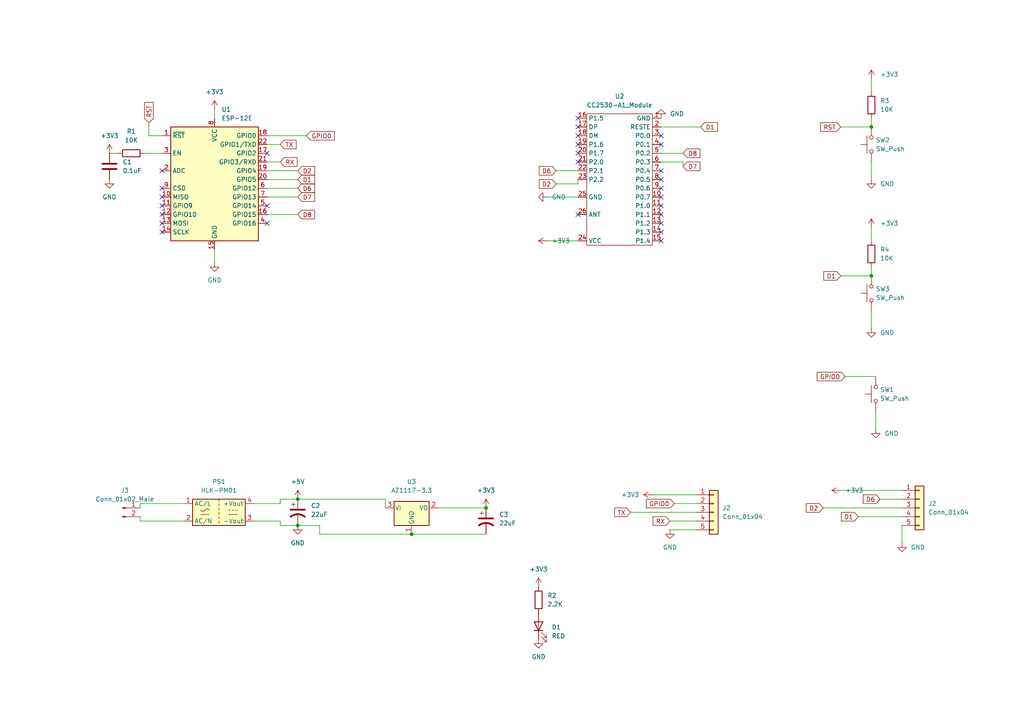
<source format=kicad_sch>
(kicad_sch (version 20211123) (generator eeschema)
  (paper "A4")
  (lib_symbols
    (symbol "Connector:Conn_01x02_Male" (pin_names (offset 1.016) hide)
      (property "Reference" "J" (at 0 2.54 0))
      (property "Value" "Conn_01x02_Male" (at 0 -5.08 0))
      (symbol "Conn_01x02_Male_1_1"
        (polyline (pts (xy 1.27 -2.54) (xy 0.8636 -2.54)) (stroke (width 0.1524)))
        (polyline (pts (xy 1.27 0) (xy 0.8636 0)) (stroke (width 0.1524)))
        (rectangle (start 0.8636 -2.413) (end 0 -2.667) (stroke (width 0.1524)) (fill (type outline)))
        (rectangle (start 0.8636 0.127) (end 0 -0.127) (stroke (width 0.1524)) (fill (type outline)))
        (pin passive line (at 5.08 0 180) (length 3.81) (name "Pin_1") (number "1"))
        (pin passive line (at 5.08 -2.54 180) (length 3.81) (name "Pin_2") (number "2"))
      )
    )
    (symbol "Connector_Generic:Conn_01x05" (pin_names (offset 1.016) hide)
      (property "Reference" "J" (at 0 7.62 0))
      (property "Value" "Conn_01x05" (at 0 -7.62 0))
      (symbol "Conn_01x05_1_1"
        (rectangle (start -1.27 -4.953) (end 0 -5.207) (stroke (width 0.1524)))
        (rectangle (start -1.27 -2.413) (end 0 -2.667) (stroke (width 0.1524)))
        (rectangle (start -1.27 0.127) (end 0 -0.127) (stroke (width 0.1524)))
        (rectangle (start -1.27 2.667) (end 0 2.413) (stroke (width 0.1524)))
        (rectangle (start -1.27 5.207) (end 0 4.953) (stroke (width 0.1524)))
        (rectangle (start -1.27 6.35) (end 1.27 -6.35) (stroke (width 0.254)) (fill (type background)))
        (pin passive line (at -5.08 5.08 0) (length 3.81) (name "Pin_1") (number "1"))
        (pin passive line (at -5.08 2.54 0) (length 3.81) (name "Pin_2") (number "2"))
        (pin passive line (at -5.08 0 0) (length 3.81) (name "Pin_3") (number "3"))
        (pin passive line (at -5.08 -2.54 0) (length 3.81) (name "Pin_4") (number "4"))
        (pin passive line (at -5.08 -5.08 0) (length 3.81) (name "Pin_5") (number "5"))
      )
    )
    (symbol "Converter_ACDC:HLK-PM01"
      (property "Reference" "PS" (at 0 5.08 0))
      (property "Value" "HLK-PM01" (at 0 -5.08 0))
      (symbol "HLK-PM01_0_1"
        (rectangle (start -7.62 3.81) (end 7.62 -3.81) (stroke (width 0.254)) (fill (type background)))
        (arc (start -5.334 0.635) (mid -4.699 0.2495) (end -4.064 0.635))
        (arc (start -2.794 0.635) (mid -3.429 1.0072) (end -4.064 0.635))
        (polyline (pts (xy -5.334 -0.635) (xy -2.794 -0.635)))
        (polyline (pts (xy 0 -2.54) (xy 0 -3.175)))
        (polyline (pts (xy 0 -1.27) (xy 0 -1.905)))
        (polyline (pts (xy 0 0) (xy 0 -0.635)))
        (polyline (pts (xy 0 1.27) (xy 0 0.635)))
        (polyline (pts (xy 0 2.54) (xy 0 1.905)))
        (polyline (pts (xy 0 3.81) (xy 0 3.175)))
        (polyline (pts (xy 2.794 -0.635) (xy 5.334 -0.635)))
        (polyline (pts (xy 2.794 0.635) (xy 3.302 0.635)))
        (polyline (pts (xy 3.81 0.635) (xy 4.318 0.635)))
        (polyline (pts (xy 4.826 0.635) (xy 5.334 0.635)))
      )
      (symbol "HLK-PM01_1_1"
        (pin power_in line (at -10.16 2.54 0) (length 2.54) (name "AC/L") (number "1"))
        (pin power_in line (at -10.16 -2.54 0) (length 2.54) (name "AC/N") (number "2"))
        (pin power_out line (at 10.16 -2.54 180) (length 2.54) (name "-Vout") (number "3"))
        (pin power_out line (at 10.16 2.54 180) (length 2.54) (name "+Vout") (number "4"))
      )
    )
    (symbol "Device:C" (pin_numbers hide) (pin_names (offset 0.254))
      (property "Reference" "C" (at 0.635 2.54 0))
      (property "Value" "C" (at 0.635 -2.54 0))
      (symbol "C_0_1"
        (polyline (pts (xy -2.032 -0.762) (xy 2.032 -0.762)) (stroke (width 0.508)))
        (polyline (pts (xy -2.032 0.762) (xy 2.032 0.762)) (stroke (width 0.508)))
      )
      (symbol "C_1_1"
        (pin passive line (at 0 3.81 270) (length 2.794) (name "~") (number "1"))
        (pin passive line (at 0 -3.81 90) (length 2.794) (name "~") (number "2"))
      )
    )
    (symbol "Device:C_Polarized_US" (pin_numbers hide) (pin_names (offset 0.254) hide)
      (property "Reference" "C" (at 0.635 2.54 0))
      (property "Value" "C_Polarized_US" (at 0.635 -2.54 0))
      (symbol "C_Polarized_US_0_1"
        (polyline (pts (xy -2.032 0.762) (xy 2.032 0.762)) (stroke (width 0.508)))
        (polyline (pts (xy -1.778 2.286) (xy -0.762 2.286)))
        (polyline (pts (xy -1.27 1.778) (xy -1.27 2.794)))
        (arc (start 2.032 -1.27) (mid 0 -0.5572) (end -2.032 -1.27) (stroke (width 0.508)))
      )
      (symbol "C_Polarized_US_1_1"
        (pin passive line (at 0 3.81 270) (length 2.794) (name "~") (number "1"))
        (pin passive line (at 0 -3.81 90) (length 3.302) (name "~") (number "2"))
      )
    )
    (symbol "Device:LED" (pin_numbers hide) (pin_names (offset 1.016) hide)
      (property "Reference" "D" (at 0 2.54 0))
      (property "Value" "LED" (at 0 -2.54 0))
      (symbol "LED_0_1"
        (polyline (pts (xy -1.27 -1.27) (xy -1.27 1.27)) (stroke (width 0.254)))
        (polyline (pts (xy -1.27 0) (xy 1.27 0)))
        (polyline (pts (xy 1.27 -1.27) (xy 1.27 1.27) (xy -1.27 0) (xy 1.27 -1.27)) (stroke (width 0.254)))
        (polyline (pts (xy -3.048 -0.762) (xy -4.572 -2.286) (xy -3.81 -2.286) (xy -4.572 -2.286) (xy -4.572 -1.524)))
        (polyline (pts (xy -1.778 -0.762) (xy -3.302 -2.286) (xy -2.54 -2.286) (xy -3.302 -2.286) (xy -3.302 -1.524)))
      )
      (symbol "LED_1_1"
        (pin passive line (at -3.81 0 0) (length 2.54) (name "K") (number "1"))
        (pin passive line (at 3.81 0 180) (length 2.54) (name "A") (number "2"))
      )
    )
    (symbol "Device:R" (pin_numbers hide) (pin_names (offset 0))
      (property "Reference" "R" (at 2.032 0 90))
      (property "Value" "R" (at 0 0 90))
      (symbol "R_0_1"
        (rectangle (start -1.016 -2.54) (end 1.016 2.54) (stroke (width 0.254)))
      )
      (symbol "R_1_1"
        (pin passive line (at 0 3.81 270) (length 1.27) (name "~") (number "1"))
        (pin passive line (at 0 -3.81 90) (length 1.27) (name "~") (number "2"))
      )
    )
    (symbol "RF_Module:ESP-12E"
      (property "Reference" "U" (at -12.7 19.05 0))
      (property "Value" "ESP-12E" (at 12.7 19.05 0))
      (symbol "ESP-12E_0_1"
        (rectangle (start -12.7 17.78) (end 12.7 -15.24) (stroke (width 0.254)) (fill (type background)))
      )
      (symbol "ESP-12E_1_1"
        (pin input line (at -15.24 15.24 0) (length 2.54) (name "~{RST}") (number "1"))
        (pin bidirectional line (at -15.24 -2.54 0) (length 2.54) (name "MISO") (number "10"))
        (pin bidirectional line (at -15.24 -5.08 0) (length 2.54) (name "GPIO9") (number "11"))
        (pin bidirectional line (at -15.24 -7.62 0) (length 2.54) (name "GPIO10") (number "12"))
        (pin bidirectional line (at -15.24 -10.16 0) (length 2.54) (name "MOSI") (number "13"))
        (pin bidirectional line (at -15.24 -12.7 0) (length 2.54) (name "SCLK") (number "14"))
        (pin power_in line (at 0 -17.78 90) (length 2.54) (name "GND") (number "15"))
        (pin bidirectional line (at 15.24 -7.62 180) (length 2.54) (name "GPIO15") (number "16"))
        (pin bidirectional line (at 15.24 10.16 180) (length 2.54) (name "GPIO2") (number "17"))
        (pin bidirectional line (at 15.24 15.24 180) (length 2.54) (name "GPIO0") (number "18"))
        (pin bidirectional line (at 15.24 5.08 180) (length 2.54) (name "GPIO4") (number "19"))
        (pin input line (at -15.24 5.08 0) (length 2.54) (name "ADC") (number "2"))
        (pin bidirectional line (at 15.24 2.54 180) (length 2.54) (name "GPIO5") (number "20"))
        (pin bidirectional line (at 15.24 7.62 180) (length 2.54) (name "GPIO3/RXD") (number "21"))
        (pin bidirectional line (at 15.24 12.7 180) (length 2.54) (name "GPIO1/TXD") (number "22"))
        (pin input line (at -15.24 10.16 0) (length 2.54) (name "EN") (number "3"))
        (pin bidirectional line (at 15.24 -10.16 180) (length 2.54) (name "GPIO16") (number "4"))
        (pin bidirectional line (at 15.24 -5.08 180) (length 2.54) (name "GPIO14") (number "5"))
        (pin bidirectional line (at 15.24 0 180) (length 2.54) (name "GPIO12") (number "6"))
        (pin bidirectional line (at 15.24 -2.54 180) (length 2.54) (name "GPIO13") (number "7"))
        (pin power_in line (at 0 20.32 270) (length 2.54) (name "VCC") (number "8"))
        (pin input line (at -15.24 0 0) (length 2.54) (name "CS0") (number "9"))
      )
    )
    (symbol "RF_ZigBee:CC2530-A1_Module"
      (property "Reference" "U" (at 0 0 0))
      (property "Value" "CC2530-A1_Module" (at 0 0 0))
      (symbol "CC2530-A1_Module_0_1"
        (rectangle (start -10.16 -3.81) (end 8.89 -41.91))
      )
      (symbol "CC2530-A1_Module_1_1"
        (pin bidirectional line (at 11.43 -5.08 180) (length 2.54) (name "GND") (number "1"))
        (pin bidirectional line (at 11.43 -27.94 180) (length 2.54) (name "P0.7") (number "10"))
        (pin bidirectional line (at 11.43 -30.48 180) (length 2.54) (name "P1.0") (number "11"))
        (pin bidirectional line (at 11.43 -33.02 180) (length 2.54) (name "P1.1") (number "12"))
        (pin bidirectional line (at 11.43 -35.56 180) (length 2.54) (name "P1.2") (number "13"))
        (pin bidirectional line (at 11.43 -38.1 180) (length 2.54) (name "P1.3") (number "14"))
        (pin bidirectional line (at 11.43 -40.64 180) (length 2.54) (name "P1.4") (number "15"))
        (pin bidirectional line (at -12.7 -5.08 0) (length 2.54) (name "P1.5") (number "16"))
        (pin bidirectional line (at -12.7 -7.62 0) (length 2.54) (name "DP") (number "17"))
        (pin bidirectional line (at -12.7 -10.16 0) (length 2.54) (name "DM") (number "18"))
        (pin bidirectional line (at -12.7 -12.7 0) (length 2.54) (name "P1.6") (number "19"))
        (pin bidirectional line (at 11.43 -7.62 180) (length 2.54) (name "RESTE") (number "2"))
        (pin bidirectional line (at -12.7 -15.24 0) (length 2.54) (name "P1.7") (number "20"))
        (pin bidirectional line (at -12.7 -17.78 0) (length 2.54) (name "P2.0") (number "21"))
        (pin bidirectional line (at -12.7 -20.32 0) (length 2.54) (name "P2.1") (number "22"))
        (pin bidirectional line (at -12.7 -22.86 0) (length 2.54) (name "P2.2") (number "23"))
        (pin bidirectional line (at -12.7 -40.64 0) (length 2.54) (name "VCC") (number "24"))
        (pin bidirectional line (at -12.7 -27.94 0) (length 2.54) (name "GND") (number "25"))
        (pin bidirectional line (at -12.7 -33.02 0) (length 2.54) (name "ANT") (number "26"))
        (pin bidirectional line (at 11.43 -10.16 180) (length 2.54) (name "P0.0") (number "3"))
        (pin bidirectional line (at 11.43 -12.7 180) (length 2.54) (name "P0.1") (number "4"))
        (pin bidirectional line (at 11.43 -15.24 180) (length 2.54) (name "P0.2") (number "5"))
        (pin bidirectional line (at 11.43 -17.78 180) (length 2.54) (name "P0.3") (number "6"))
        (pin bidirectional line (at 11.43 -20.32 180) (length 2.54) (name "P0.4") (number "7"))
        (pin bidirectional line (at 11.43 -22.86 180) (length 2.54) (name "P0.5") (number "8"))
        (pin bidirectional line (at 11.43 -25.4 180) (length 2.54) (name "P0.6") (number "9"))
      )
    )
    (symbol "Regulator_Linear:AZ1117-3.3" (pin_names (offset 0.254))
      (property "Reference" "U" (at -3.81 3.175 0))
      (property "Value" "AZ1117-3.3" (at 0 3.175 0))
      (symbol "AZ1117-3.3_0_1"
        (rectangle (start -5.08 1.905) (end 5.08 -5.08) (stroke (width 0.254)) (fill (type background)))
      )
      (symbol "AZ1117-3.3_1_1"
        (pin power_in line (at 0 -7.62 90) (length 2.54) (name "GND") (number "1"))
        (pin power_out line (at 7.62 0 180) (length 2.54) (name "VO") (number "2"))
        (pin power_in line (at -7.62 0 0) (length 2.54) (name "VI") (number "3"))
      )
    )
    (symbol "Switch:SW_Push" (pin_numbers hide) (pin_names (offset 1.016) hide)
      (property "Reference" "SW" (at 1.27 2.54 0))
      (property "Value" "SW_Push" (at 0 -1.524 0))
      (symbol "SW_Push_0_1"
        (circle (center -2.032 0) (radius 0.508))
        (polyline (pts (xy 0 1.27) (xy 0 3.048)))
        (polyline (pts (xy 2.54 1.27) (xy -2.54 1.27)))
        (circle (center 2.032 0) (radius 0.508))
        (pin passive line (at -5.08 0 0) (length 2.54) (name "1") (number "1"))
        (pin passive line (at 5.08 0 180) (length 2.54) (name "2") (number "2"))
      )
    )
    (symbol "power:+3V3" (power) (pin_names (offset 0))
      (property "Value" "+3V3" (at 0 3.556 0))
      (symbol "+3V3_0_1"
        (polyline (pts (xy -0.762 1.27) (xy 0 2.54)))
        (polyline (pts (xy 0 0) (xy 0 2.54)))
        (polyline (pts (xy 0 2.54) (xy 0.762 1.27)))
      )
      (symbol "+3V3_1_1"
        (pin power_in line (at 0 0 90) (length 0) hide (name "+3V3") (number "1"))
      )
    )
    (symbol "power:+5V" (power) (pin_names (offset 0))
      (property "Value" "+5V" (at 0 3.556 0))
      (symbol "+5V_0_1"
        (polyline (pts (xy -0.762 1.27) (xy 0 2.54)))
        (polyline (pts (xy 0 0) (xy 0 2.54)))
        (polyline (pts (xy 0 2.54) (xy 0.762 1.27)))
      )
      (symbol "+5V_1_1"
        (pin power_in line (at 0 0 90) (length 0) hide (name "+5V") (number "1"))
      )
    )
    (symbol "power:GND" (power) (pin_names (offset 0))
      (property "Value" "GND" (at 0 -3.81 0))
      (symbol "GND_0_1"
        (polyline (pts (xy 0 0) (xy 0 -1.27) (xy 1.27 -1.27) (xy 0 -2.54) (xy -1.27 -1.27) (xy 0 -1.27)))
      )
      (symbol "GND_1_1"
        (pin power_in line (at 0 0 270) (length 0) hide (name "GND") (number "1"))
      )
    )
  )
  (junction (at 86.36 144.78))
  (junction (at 140.97 147.32))
  (junction (at 252.73 36.83))
  (junction (at 86.36 152.4))
  (junction (at 252.73 80.01))
  (junction (at 119.38 154.94))
  (no_connect (at 46.99 64.77))
  (no_connect (at 46.99 62.23))
  (no_connect (at 46.99 59.69))
  (no_connect (at 46.99 57.15))
  (no_connect (at 46.99 54.61))
  (no_connect (at 46.99 49.53))
  (no_connect (at 191.77 52.07))
  (no_connect (at 191.77 54.61))
  (no_connect (at 191.77 57.15))
  (no_connect (at 191.77 59.69))
  (no_connect (at 191.77 62.23))
  (no_connect (at 191.77 64.77))
  (no_connect (at 191.77 67.31))
  (no_connect (at 191.77 69.85))
  (no_connect (at 167.64 62.23))
  (no_connect (at 167.64 46.99))
  (no_connect (at 167.64 44.45))
  (no_connect (at 167.64 41.91))
  (no_connect (at 167.64 39.37))
  (no_connect (at 167.64 36.83))
  (no_connect (at 167.64 34.29))
  (no_connect (at 191.77 39.37))
  (no_connect (at 191.77 41.91))
  (no_connect (at 191.77 49.53))
  (no_connect (at 77.47 59.69))
  (no_connect (at 77.47 64.77))
  (no_connect (at 46.99 67.31))
  (no_connect (at 77.47 44.45))
  (wire (pts (xy 158.75 69.85) (xy 167.64 69.85)))
  (wire (pts (xy 77.47 46.99) (xy 81.28 46.99)))
  (wire (pts (xy 77.47 52.07) (xy 86.36 52.07)))
  (wire (pts (xy 81.28 144.78) (xy 86.36 144.78)))
  (wire (pts (xy 111.76 144.78) (xy 86.36 144.78)))
  (wire (pts (xy 31.75 44.45) (xy 34.29 44.45)))
  (wire (pts (xy 40.64 151.13) (xy 40.64 149.86)))
  (wire (pts (xy 191.77 46.99) (xy 198.12 46.99)))
  (wire (pts (xy 119.38 154.94) (xy 92.71 154.94)))
  (wire (pts (xy 252.73 66.04) (xy 252.73 69.85)))
  (wire (pts (xy 255.27 144.78) (xy 261.62 144.78)))
  (wire (pts (xy 119.38 154.94) (xy 140.97 154.94)))
  (wire (pts (xy 243.84 36.83) (xy 252.73 36.83)))
  (wire (pts (xy 81.28 152.4) (xy 86.36 152.4)))
  (wire (pts (xy 167.64 53.34) (xy 161.29 53.34)))
  (wire (pts (xy 88.9 39.37) (xy 77.47 39.37)))
  (wire (pts (xy 198.12 46.99) (xy 198.12 48.26)))
  (wire (pts (xy 92.71 152.4) (xy 86.36 152.4)))
  (wire (pts (xy 81.28 151.13) (xy 81.28 152.4)))
  (wire (pts (xy 158.75 57.15) (xy 167.64 57.15)))
  (wire (pts (xy 254 119.38) (xy 254 124.46)))
  (wire (pts (xy 62.23 31.75) (xy 62.23 34.29)))
  (wire (pts (xy 261.62 157.48) (xy 261.62 152.4)))
  (wire (pts (xy 40.64 146.05) (xy 40.64 147.32)))
  (wire (pts (xy 81.28 146.05) (xy 81.28 144.78)))
  (wire (pts (xy 41.91 44.45) (xy 46.99 44.45)))
  (wire (pts (xy 46.99 39.37) (xy 43.18 39.37)))
  (wire (pts (xy 53.34 146.05) (xy 40.64 146.05)))
  (wire (pts (xy 53.34 151.13) (xy 40.64 151.13)))
  (wire (pts (xy 73.66 146.05) (xy 81.28 146.05)))
  (wire (pts (xy 77.47 49.53) (xy 86.36 49.53)))
  (wire (pts (xy 92.71 154.94) (xy 92.71 152.4)))
  (wire (pts (xy 252.73 34.29) (xy 252.73 36.83)))
  (wire (pts (xy 252.73 90.17) (xy 252.73 95.25)))
  (wire (pts (xy 245.11 109.22) (xy 254 109.22)))
  (wire (pts (xy 252.73 22.86) (xy 252.73 26.67)))
  (wire (pts (xy 73.66 151.13) (xy 81.28 151.13)))
  (wire (pts (xy 243.84 142.24) (xy 261.62 142.24)))
  (wire (pts (xy 111.76 147.32) (xy 111.76 144.78)))
  (wire (pts (xy 127 147.32) (xy 140.97 147.32)))
  (wire (pts (xy 191.77 36.83) (xy 203.2 36.83)))
  (wire (pts (xy 194.31 153.67) (xy 201.93 153.67)))
  (wire (pts (xy 77.47 54.61) (xy 86.36 54.61)))
  (wire (pts (xy 252.73 77.47) (xy 252.73 80.01)))
  (wire (pts (xy 191.77 44.45) (xy 198.12 44.45)))
  (wire (pts (xy 77.47 62.23) (xy 86.36 62.23)))
  (wire (pts (xy 77.47 41.91) (xy 81.28 41.91)))
  (wire (pts (xy 182.88 148.59) (xy 201.93 148.59)))
  (wire (pts (xy 167.64 52.07) (xy 167.64 53.34)))
  (wire (pts (xy 195.58 146.05) (xy 201.93 146.05)))
  (wire (pts (xy 77.47 57.15) (xy 86.36 57.15)))
  (wire (pts (xy 189.23 143.51) (xy 201.93 143.51)))
  (wire (pts (xy 252.73 46.99) (xy 252.73 52.07)))
  (wire (pts (xy 62.23 72.39) (xy 62.23 76.2)))
  (wire (pts (xy 161.29 49.53) (xy 167.64 49.53)))
  (wire (pts (xy 238.76 147.32) (xy 261.62 147.32)))
  (wire (pts (xy 248.92 149.86) (xy 261.62 149.86)))
  (wire (pts (xy 243.84 80.01) (xy 252.73 80.01)))
  (wire (pts (xy 194.31 151.13) (xy 201.93 151.13)))
  (wire (pts (xy 43.18 39.37) (xy 43.18 35.56)))
  (global_label "D7" (shape input) (at 198.12 48.26 0) (property "Intersheet References" "${INTERSHEET_REFS}" (effects hide)))
  (global_label "RST" (shape input) (at 43.18 35.56 90) (property "Intersheet References" "${INTERSHEET_REFS}" (effects hide)))
  (global_label "GPIO0" (shape input) (at 245.11 109.22 180) (property "Intersheet References" "${INTERSHEET_REFS}" (effects hide)))
  (global_label "D2" (shape input) (at 161.29 53.34 180) (property "Intersheet References" "${INTERSHEET_REFS}" (effects hide)))
  (global_label "TX" (shape input) (at 81.28 41.91 0) (property "Intersheet References" "${INTERSHEET_REFS}" (effects hide)))
  (global_label "D1" (shape input) (at 203.2 36.83 0) (property "Intersheet References" "${INTERSHEET_REFS}" (effects hide)))
  (global_label "D2" (shape input) (at 86.36 49.53 0) (property "Intersheet References" "${INTERSHEET_REFS}" (effects hide)))
  (global_label "GPIO0" (shape input) (at 195.58 146.05 180) (property "Intersheet References" "${INTERSHEET_REFS}" (effects hide)))
  (global_label "D8" (shape input) (at 198.12 44.45 0) (property "Intersheet References" "${INTERSHEET_REFS}" (effects hide)))
  (global_label "D7" (shape input) (at 86.36 57.15 0) (property "Intersheet References" "${INTERSHEET_REFS}" (effects hide)))
  (global_label "RX" (shape input) (at 81.28 46.99 0) (property "Intersheet References" "${INTERSHEET_REFS}" (effects hide)))
  (global_label "D6" (shape input) (at 255.27 144.78 180) (property "Intersheet References" "${INTERSHEET_REFS}" (effects hide)))
  (global_label "D6" (shape input) (at 86.36 54.61 0) (property "Intersheet References" "${INTERSHEET_REFS}" (effects hide)))
  (global_label "GPIO0" (shape input) (at 88.9 39.37 0) (property "Intersheet References" "${INTERSHEET_REFS}" (effects hide)))
  (global_label "D1" (shape input) (at 248.92 149.86 180) (property "Intersheet References" "${INTERSHEET_REFS}" (effects hide)))
  (global_label "D1" (shape input) (at 243.84 80.01 180) (property "Intersheet References" "${INTERSHEET_REFS}" (effects hide)))
  (global_label "D8" (shape input) (at 86.36 62.23 0) (property "Intersheet References" "${INTERSHEET_REFS}" (effects hide)))
  (global_label "RST" (shape input) (at 243.84 36.83 180) (property "Intersheet References" "${INTERSHEET_REFS}" (effects hide)))
  (global_label "D1" (shape input) (at 86.36 52.07 0) (property "Intersheet References" "${INTERSHEET_REFS}" (effects hide)))
  (global_label "RX" (shape input) (at 194.31 151.13 180) (property "Intersheet References" "${INTERSHEET_REFS}" (effects hide)))
  (global_label "D6" (shape input) (at 161.29 49.53 180) (property "Intersheet References" "${INTERSHEET_REFS}" (effects hide)))
  (global_label "TX" (shape input) (at 182.88 148.59 180) (property "Intersheet References" "${INTERSHEET_REFS}" (effects hide)))
  (global_label "D2" (shape input) (at 238.76 147.32 180) (property "Intersheet References" "${INTERSHEET_REFS}" (effects hide)))
  (symbol (lib_id "power:GND") (at 158.75 57.15 270) (unit 1)
    (property "Reference" "#PWR010" (effects hide))
    (property "Value" "GND" (at 160.02 57.1499 90) (effects (justify left)))
  )
  (symbol (lib_id "Device:R") (at 38.1 44.45 90) (unit 1)
    (property "Reference" "R1" (at 38.1 38.1 90))
    (property "Value" "10K" (at 38.1 40.64 90))
    (property "Footprint" "Resistor_SMD:R_0805_2012Metric_Pad1.20x1.40mm_HandSolder" (effects hide))
  )
  (symbol (lib_id "power:+3V3") (at 140.97 147.32 0) (unit 1)
    (property "Reference" "#PWR0102" (effects hide))
    (property "Value" "+3V3" (at 140.97 142.24 0))
  )
  (symbol (lib_id "power:GND") (at 191.77 34.29 180) (unit 1)
    (property "Reference" "#PWR013" (effects hide))
    (property "Value" "GND" (at 194.31 33.0199 0) (effects (justify right)))
  )
  (symbol (lib_id "power:GND") (at 254 124.46 0) (unit 1)
    (property "Reference" "#PWR03" (effects hide))
    (property "Value" "GND" (at 256.54 125.7299 0) (effects (justify left)))
  )
  (symbol (lib_id "power:+3V3") (at 252.73 22.86 0) (unit 1)
    (property "Reference" "#PWR015" (effects hide))
    (property "Value" "+3V3" (at 255.27 21.5899 0) (effects (justify left)))
  )
  (symbol (lib_id "Switch:SW_Push") (at 254 114.3 90) (unit 1)
    (property "Reference" "SW1" (at 255.27 113.0299 90) (effects (justify right)))
    (property "Value" "SW_Push" (at 255.27 115.5699 90) (effects (justify right)))
    (property "Footprint" "Button_Switch_THT:SW_PUSH_6mm" (effects hide))
  )
  (symbol (lib_id "power:GND") (at 194.31 153.67 0) (unit 1)
    (property "Reference" "#PWR0106" (effects hide))
    (property "Value" "GND" (at 194.31 158.75 0))
  )
  (symbol (lib_id "Connector_Generic:Conn_01x05") (at 266.7 147.32 0) (unit 1)
    (property "Reference" "J2" (at 269.24 146.0499 0) (effects (justify left)))
    (property "Value" "Conn_01x04" (at 269.24 148.5899 0) (effects (justify left)))
    (property "Footprint" "Connector_PinHeader_2.54mm:PinHeader_1x05_P2.54mm_Vertical" (effects hide))
  )
  (symbol (lib_id "Connector:Conn_01x02_Male") (at 35.56 147.32 0) (unit 1)
    (property "Reference" "J3" (at 36.195 142.24 0))
    (property "Value" "Conn_01x02_Male" (at 36.195 144.78 0))
    (property "Footprint" "Connector_Pin:Pin_D1.4mm_L8.5mm_W2.8mm_FlatFork" (effects hide))
  )
  (symbol (lib_id "Connector_Generic:Conn_01x05") (at 207.01 148.59 0) (unit 1)
    (property "Reference" "J2" (at 209.55 147.3199 0) (effects (justify left)))
    (property "Value" "Conn_01x04" (at 209.55 149.8599 0) (effects (justify left)))
    (property "Footprint" "Connector_PinHeader_2.54mm:PinHeader_1x05_P2.54mm_Vertical" (effects hide))
  )
  (symbol (lib_id "power:+3V3") (at 158.75 69.85 90) (unit 1)
    (property "Reference" "#PWR011" (effects hide))
    (property "Value" "+3V3" (at 160.02 69.8499 90) (effects (justify right)))
  )
  (symbol (lib_id "power:+3V3") (at 243.84 142.24 90) (unit 1)
    (property "Reference" "#PWR0105" (effects hide))
    (property "Value" "+3V3" (at 245.11 142.2399 90) (effects (justify right)))
  )
  (symbol (lib_id "power:GND") (at 252.73 95.25 0) (unit 1)
    (property "Reference" "#PWR018" (effects hide))
    (property "Value" "GND" (at 255.27 96.5199 0) (effects (justify left)))
  )
  (symbol (lib_id "Device:R") (at 252.73 30.48 180) (unit 1)
    (property "Reference" "R3" (at 255.27 29.2099 0) (effects (justify right)))
    (property "Value" "10K" (at 255.27 31.7499 0) (effects (justify right)))
    (property "Footprint" "Resistor_SMD:R_0805_2012Metric_Pad1.20x1.40mm_HandSolder" (effects hide))
  )
  (symbol (lib_id "power:+3V3") (at 62.23 31.75 0) (unit 1)
    (property "Reference" "#PWR04" (effects hide))
    (property "Value" "+3V3" (at 62.23 26.67 0))
  )
  (symbol (lib_id "RF_Module:ESP-12E") (at 62.23 54.61 0) (unit 1)
    (property "Reference" "U1" (at 64.2494 31.75 0) (effects (justify left)))
    (property "Value" "ESP-12E" (at 64.2494 34.29 0) (effects (justify left)))
    (property "Footprint" "RF_Module:ESP-12E" (effects hide))
    (property "Datasheet" "http://wiki.ai-thinker.com/_media/esp8266/esp8266_series_modules_user_manual_v1.1.pdf" (effects hide))
  )
  (symbol (lib_id "power:GND") (at 62.23 76.2 0) (unit 1)
    (property "Reference" "#PWR05" (effects hide))
    (property "Value" "GND" (at 62.23 81.28 0))
  )
  (symbol (lib_id "power:GND") (at 31.75 52.07 0) (unit 1)
    (property "Reference" "#PWR02" (effects hide))
    (property "Value" "GND" (at 31.75 57.15 0))
  )
  (symbol (lib_id "power:+3V3") (at 189.23 143.51 90) (unit 1)
    (property "Reference" "#PWR0103" (effects hide))
    (property "Value" "+3V3" (at 185.42 143.5099 90) (effects (justify left)))
  )
  (symbol (lib_id "power:+3V3") (at 252.73 66.04 0) (unit 1)
    (property "Reference" "#PWR017" (effects hide))
    (property "Value" "+3V3" (at 255.27 64.7699 0) (effects (justify left)))
  )
  (symbol (lib_id "power:+3V3") (at 156.21 170.18 0) (unit 1)
    (property "Reference" "#PWR08" (effects hide))
    (property "Value" "+3V3" (at 156.21 165.1 0))
  )
  (symbol (lib_id "power:GND") (at 261.62 157.48 0) (unit 1)
    (property "Reference" "#PWR0107" (effects hide))
    (property "Value" "GND" (at 264.16 158.7499 0) (effects (justify left)))
  )
  (symbol (lib_id "Device:R") (at 252.73 73.66 180) (unit 1)
    (property "Reference" "R4" (at 255.27 72.3899 0) (effects (justify right)))
    (property "Value" "10K" (at 255.27 74.9299 0) (effects (justify right)))
    (property "Footprint" "Resistor_SMD:R_0805_2012Metric_Pad1.20x1.40mm_HandSolder" (effects hide))
  )
  (symbol (lib_id "power:GND") (at 156.21 185.42 0) (unit 1)
    (property "Reference" "#PWR09" (effects hide))
    (property "Value" "GND" (at 156.21 190.5 0))
  )
  (symbol (lib_id "Device:C_Polarized_US") (at 86.36 148.59 0) (unit 1)
    (property "Reference" "C2" (at 90.17 146.6849 0) (effects (justify left)))
    (property "Value" "22uF" (at 90.17 149.2249 0) (effects (justify left)))
    (property "Footprint" "Capacitor_Tantalum_SMD:CP_EIA-1608-10_AVX-L_Pad1.25x1.05mm_HandSolder" (effects hide))
  )
  (symbol (lib_id "power:GND") (at 86.36 152.4 0) (unit 1)
    (property "Reference" "#PWR0101" (effects hide))
    (property "Value" "GND" (at 86.36 157.48 0))
  )
  (symbol (lib_id "Device:C_Polarized_US") (at 140.97 151.13 0) (unit 1)
    (property "Reference" "C3" (at 144.78 149.2249 0) (effects (justify left)))
    (property "Value" "22uF" (at 144.78 151.7649 0) (effects (justify left)))
    (property "Footprint" "Capacitor_Tantalum_SMD:CP_EIA-1608-10_AVX-L_Pad1.25x1.05mm_HandSolder" (effects hide))
  )
  (symbol (lib_id "Converter_ACDC:HLK-PM01") (at 63.5 148.59 0) (unit 1)
    (property "Reference" "PS1" (at 63.5 139.7 0))
    (property "Value" "HLK-PM01" (at 63.5 142.24 0))
    (property "Footprint" "Converter_ACDC:Converter_ACDC_HiLink_HLK-PMxx" (effects hide))
    (property "Datasheet" "http://www.hlktech.net/product_detail.php?ProId=54" (effects hide))
  )
  (symbol (lib_id "Switch:SW_Push") (at 252.73 41.91 90) (unit 1)
    (property "Reference" "SW2" (at 254 40.6399 90) (effects (justify right)))
    (property "Value" "SW_Push" (at 254 43.1799 90) (effects (justify right)))
    (property "Footprint" "Button_Switch_THT:SW_PUSH_6mm" (effects hide))
  )
  (symbol (lib_id "Regulator_Linear:AZ1117-3.3") (at 119.38 147.32 0) (unit 1)
    (property "Reference" "U3" (at 119.38 139.7 0))
    (property "Value" "AZ1117-3.3" (at 119.38 142.24 0))
    (property "Footprint" "Package_TO_SOT_SMD:SOT-223-3_TabPin2" (effects hide))
    (property "Datasheet" "https://www.diodes.com/assets/Datasheets/AZ1117.pdf" (effects hide))
  )
  (symbol (lib_id "power:+3V3") (at 31.75 44.45 0) (unit 1)
    (property "Reference" "#PWR01" (effects hide))
    (property "Value" "+3V3" (at 31.75 39.37 0))
  )
  (symbol (lib_id "power:GND") (at 252.73 52.07 0) (unit 1)
    (property "Reference" "#PWR016" (effects hide))
    (property "Value" "GND" (at 255.27 53.3399 0) (effects (justify left)))
  )
  (symbol (lib_id "Device:LED") (at 156.21 181.61 90) (unit 1)
    (property "Reference" "D1" (at 160.02 181.9274 90) (effects (justify right)))
    (property "Value" "RED" (at 160.02 184.4674 90) (effects (justify right)))
    (property "Footprint" "LED_SMD:LED_0805_2012Metric_Pad1.15x1.40mm_HandSolder" (effects hide))
  )
  (symbol (lib_id "Device:C") (at 31.75 48.26 0) (unit 1)
    (property "Reference" "C1" (at 35.56 46.9899 0) (effects (justify left)))
    (property "Value" "0.1uF" (at 35.56 49.5299 0) (effects (justify left)))
    (property "Footprint" "Capacitor_SMD:C_0805_2012Metric_Pad1.18x1.45mm_HandSolder" (effects hide))
  )
  (symbol (lib_id "RF_ZigBee:CC2530-A1_Module") (at 180.34 29.21 0) (unit 1)
    (property "Reference" "U2" (at 179.705 27.94 0))
    (property "Value" "CC2530-A1_Module" (at 179.705 30.48 0))
    (property "Footprint" "cc2530:cc2530-a2" (effects hide))
  )
  (symbol (lib_id "Device:R") (at 156.21 173.99 180) (unit 1)
    (property "Reference" "R2" (at 158.75 172.7199 0) (effects (justify right)))
    (property "Value" "2.2K" (at 158.75 175.2599 0) (effects (justify right)))
    (property "Footprint" "Resistor_SMD:R_0805_2012Metric_Pad1.20x1.40mm_HandSolder" (effects hide))
  )
  (symbol (lib_id "power:+5V") (at 86.36 144.78 0) (unit 1)
    (property "Reference" "#PWR0104" (effects hide))
    (property "Value" "+5V" (at 86.36 139.7 0))
  )
  (symbol (lib_id "Switch:SW_Push") (at 252.73 85.09 90) (unit 1)
    (property "Reference" "SW3" (at 254 83.8199 90) (effects (justify right)))
    (property "Value" "SW_Push" (at 254 86.3599 90) (effects (justify right)))
    (property "Footprint" "Button_Switch_THT:SW_PUSH_6mm" (effects hide))
  )
)
</source>
